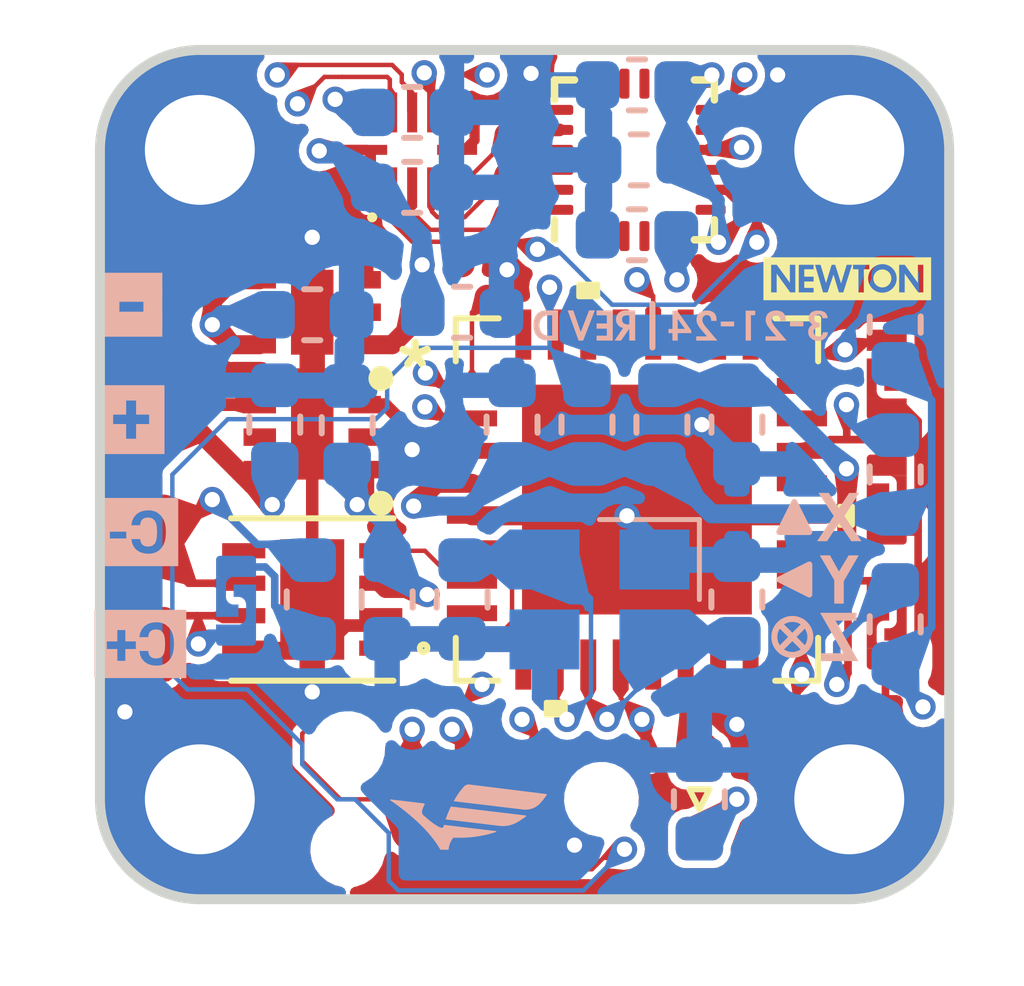
<source format=kicad_pcb>
(kicad_pcb (version 20221018) (generator pcbnew)
  (title_block (title "9-Axis-IMU") (rev "v01") (company "Olin Electric Motorsports") (comment 1 " Drew Pang"))
  (layers (0 "F.Cu" signal) (1 "In1.Cu" power "GND.Cu") (2 "In2.Cu" power "5V.Cu") (31 "B.Cu" signal) (34 "B.Paste" user) (35 "F.Paste" user) (36 "B.SilkS" user "B.Silkscreen") (37 "F.SilkS" user "F.Silkscreen") (38 "B.Mask" user) (39 "F.Mask" user) (44 "Edge.Cuts" user))
  (net 0 "")
  (net 1 "GND")
  (net 2 "Net-(U2-AVCC)")
  (net 3 "Net-(U2-(PCINT26{slash}ADC0{slash}XTAL2)PE2)")
  (net 4 "Net-(U2-(PCINT25{slash}OC0B{slash}XTAL1)PE1)")
  (net 5 "Net-(U3-REGOUT)")
  (net 6 "Net-(D1-K)")
  (net 7 "Net-(JP2-A)")
  (net 9 "+5V")
  (net 13 "+1V8")
  (net 15 "/BIN_ID0")
  (net 17 "/BIN_ID1")
  (net 19 "/P_LED0")
  (net 20 "/BIN_ID2")
  (net 23 "/RESET")
  (net 24 "/CAN_+")
  (net 25 "/CAN_-")
  (net 26 "/CAN_TX")
  (net 27 "/CAN_RX")
  (net 30 "/MISO")
  (net 31 "/MOSI")
  (net 32 "/CS")
  (net 37 "/SCK_1V8")
  (net 38 "/CS_1V8")
  (net 39 "/SCK")
  (net 40 "/MOSI_1V8")
  (net 41 "/MISO_1V8")
  (net 55 "+BATT")
  (net 56 "/INT")
  (footprint "footprints:TestPoint_Pad_D0.5mm" (layer "F.Cu") (at 112.5 66.75)
    (fp_text reference "TP2" hide)
    (fp_text value "TestPoint" hide)
  )
  (footprint "footprints:32-QFN" (layer "F.Cu") (at 121 71)
    (fp_text reference "U2" hide)
    (fp_text value "ATMEGA16M1" hide)
  )
  (footprint "footprints:TestPoint_Pad_D0.5mm" (layer "F.Cu") (at 123.9 75.2)
    (fp_text reference "TP11" hide)
    (fp_text value "TestPoint")
  )
  (footprint "footprints:6-WDFN" (layer "F.Cu") (at 114.5 67.25 180)
    (fp_text reference "U5" hide)
    (fp_text value "NCP705MT18TCG" hide)
  )
  (footprint "footprints:TestPoint_Pad_D0.5mm" (layer "F.Cu") (at 115.8 75.075)
    (fp_text reference "TP7" hide)
    (fp_text value "TestPoint")
  )
  (footprint "MountingHole:MountingHole_2.2mm_M2_ISO7380_Pad" (layer "F.Cu") (at 125.25 77)
    (fp_text reference "REF**" hide)
    (fp_text value "MountingHole_2.2mm_M2_ISO7380_Pad" hide)
  )
  (footprint "footprints:TestPoint_Pad_D0.5mm" (layer "F.Cu") (at 118 66.95)
    (fp_text reference "TP5" hide)
    (fp_text value "TestPoint")
  )
  (footprint "footprints:TestPoint_Pad_D0.5mm" (layer "F.Cu") (at 118.4 64.5)
    (fp_text reference "TP10" hide)
    (fp_text value "TestPoint")
  )
  (footprint "footprints:TestPoint_Pad_D0.5mm" (layer "F.Cu") (at 117.5 66.3)
    (fp_text reference "TP6" hide)
    (fp_text value "TestPoint")
  )
  (footprint "Sensor_Motion:InvenSense_QFN-24_3x3mm_P0.4mm" (layer "F.Cu") (at 120.95 64.2 90)
    (fp_text reference "U3" hide)
    (fp_text value "ICM-20948" hide)
  )
  (footprint "footprints:SolderWirePad_1x01_SMD_1.5x1.5mm" (layer "F.Cu") (at 111 71.65)
    (fp_text reference "J3" hide)
    (fp_text value "SMD_WIRE_TO_BOARD" hide)
  )
  (footprint "MountingHole:MountingHole_2.2mm_M2_ISO7380_Pad" (layer "F.Cu") (at 112.25 64)
    (fp_text reference "REF**" hide)
    (fp_text value "MountingHole_2.2mm_M2_ISO7380_Pad" hide)
  )
  (footprint "footprints:SolderWirePad_1x01_SMD_1.5x1.5mm" (layer "F.Cu") (at 111 73.9)
    (fp_text reference "J1" hide)
    (fp_text value "SMD_WIRE_TO_BOARD" hide)
  )
  (footprint "LED_SMD:LED_0603_1608Metric" (layer "F.Cu") (at 122.25 77 90)
    (fp_text reference "D1" hide)
    (fp_text value "LED_WHITE" hide)
  )
  (footprint "footprints:TestPoint_Pad_D0.5mm" (layer "F.Cu") (at 118.4 65.3)
    (fp_text reference "TP8" hide)
    (fp_text value "TestPoint")
  )
  (footprint "footprints:SolderWirePad_1x01_SMD_1.5x1.5mm" (layer "F.Cu") (at 111 67.15)
    (fp_text reference "J5" hide)
    (fp_text value "SMD_WIRE_TO_BOARD" hide)
  )
  (footprint "footprints:SolderJumper-2_Open_Hooks0.8x1.8mm" (layer "F.Cu") (at 126 73.5 90)
    (fp_text reference "JP1" hide)
    (fp_text value "SolderJumper" hide)
  )
  (footprint "footprints:SolderJumper-2_Open_Hooks0.8x1.8mm" (layer "F.Cu") (at 126 68.5 90)
    (fp_text reference "JP3" hide)
    (fp_text value "SolderJumper" hide)
  )
  (footprint "footprints:TestPoint_Pad_D0.5mm" (layer "F.Cu") (at 118.4 63.7)
    (fp_text reference "TP12" hide)
    (fp_text value "TestPoint")
  )
  (footprint "footprints:SolderJumper-2_Open_Hooks0.8x1.8mm" (layer "F.Cu") (at 126 71 90)
    (fp_text reference "JP4" hide)
    (fp_text value "SolderJumper" hide)
  )
  (footprint "footprints:TC2030-IDC-NL" (layer "F.Cu") (at 117.75 77 180)
    (fp_text reference "J2" hide)
    (fp_text value "TagConnect_6" hide)
  )
  (footprint "footprints:SolderWirePad_1x01_SMD_1.5x1.5mm" (layer "F.Cu") (at 111 69.4)
    (fp_text reference "J4" hide)
    (fp_text value "SMD_WIRE_TO_BOARD" hide)
  )
  (footprint "footprints:TXB0104RUTR" (layer "F.Cu") (at 116.5 64)
    (fp_text reference "U6" hide)
    (fp_text value "TXB0104RUTR" hide)
  )
  (footprint "footprints:TestPoint_Pad_D0.5mm" (layer "F.Cu") (at 116.5 67.25)
    (fp_text reference "TP3" hide)
    (fp_text value "TestPoint")
  )
  (footprint "MountingHole:MountingHole_2.2mm_M2_ISO7380_Pad" (layer "F.Cu") (at 112.25 77)
    (fp_text reference "REF**" hide)
    (fp_text value "MountingHole_2.2mm_M2_ISO7380_Pad" hide)
  )
  (footprint "MountingHole:MountingHole_2.2mm_M2_ISO7380_Pad" (layer "F.Cu") (at 125.25 64)
    (fp_text reference "REF**" hide)
    (fp_text value "MountingHole_2.2mm_M2_ISO7380_Pad" hide)
  )
  (footprint "footprints:6-WDFN" (layer "F.Cu") (at 114.5 69.75 180)
    (fp_text reference "U4" hide)
    (fp_text value "NCP718BMT500TBG" hide)
  )
  (footprint "footprints:DFN8_3x3MC_MCH" (layer "F.Cu") (at 114.5 73 180)
    (fp_text reference "U1" hide)
    (fp_text value "MCP2561-E_SN" hide)
  )
  (footprint "footprints:TestPoint_Pad_D0.5mm" (layer "F.Cu") (at 121.2 76.1)
    (fp_text reference "TP9" hide)
    (fp_text value "TestPoint")
  )
  (footprint "footprints:R_0603_1608Metric" (layer "B.Cu") (at 114.5 73 90)
    (fp_text reference "R2" hide)
    (fp_text value "R_120" hide)
  )
  (footprint "kibuzzard-64F4F67B" (layer "B.Cu") (at 125.05 71.35 180)
    (fp_text reference "kibuzzard-64F4F67B" hide)
    (fp_text value "G***" hide)
  )
  (footprint "footprints:C_0603_1608Metric" (layer "B.Cu") (at 123 69.5 -90)
    (fp_text reference "C3" hide)
    (fp_text value "C_100pF" hide)
  )
  (footprint "footprints:R_0603_1608Metric" (layer "B.Cu") (at 126.17 73.4975 90)
    (fp_text reference "R5" hide)
    (fp_text value "R_10k" hide)
  )
  (footprint "footprints:C_0603_1608Metric" (layer "B.Cu") (at 117.5 73 -90)
    (fp_text reference "C5" hide)
    (fp_text value "C_30pF" hide)
  )
  (footprint "kibuzzard-647D6A61" (layer "B.Cu") (at 110.875 69.4 180)
    (fp_text reference "kibuzzard-647D6A61" hide)
    (fp_text value "G***" hide)
  )
  (footprint "footprints:Crystal_SMD_FA238" (layer "B.Cu") (at 120.25 73 180)
    (fp_text reference "Y1" hide)
    (fp_text value "Crystal_SMD" hide)
  )
  (footprint "footprints:C_0603_1608Metric" (layer "B.Cu") (at 114.5 67.3)
    (fp_text reference "C10" hide)
    (fp_text value "C_1uF" hide)
  )
  (footprint "kibuzzard-647D6F9C" (layer "B.Cu") (at 110.88 67.14 180)
    (fp_text reference "kibuzzard-647D6F9C" hide)
    (fp_text value "G***" hide)
  )
  (footprint "footprints:C_0603_1608Metric" (layer "B.Cu") (at 121.0375 64.2 180)
    (fp_text reference "C7" hide)
    (fp_text value "C_0.1uF" hide)
  )
  (footprint "kibuzzard-65FD3539" (layer "B.Cu") (at 121.87 67.52 180)
    (fp_text reference "kibuzzard-65FD3539" hide)
    (fp_text value "G***" hide)
  )
  (footprint "footprints:C_0603_1608Metric" (layer "B.Cu") (at 121 62.7)
    (fp_text reference "C13" hide)
    (fp_text value "C_0.1uF" hide)
  )
  (footprint "footprints:C_0603_1608Metric" (layer "B.Cu") (at 115.2 69.5125 90)
    (fp_text reference "C8" hide)
    (fp_text value "C_1uF" hide)
  )
  (footprint "footprints:R_0603_1608Metric" (layer "B.Cu") (at 126.17 70.4975 90)
    (fp_text reference "R7" hide)
    (fp_text value "R_10k" hide)
  )
  (footprint "footprints:C_0603_1608Metric" (layer "B.Cu") (at 117.5 67.25)
    (fp_text reference "C11" hide)
    (fp_text value "C_1uF" hide)
  )
  (footprint "footprints:R_0603_1608Metric" (layer "B.Cu") (at 122.25 77 90)
    (fp_text reference "R4" hide)
    (fp_text value "R_330" hide)
  )
  (footprint "footprints:C_0603_1608Metric" (layer "B.Cu") (at 121 65.7)
    (fp_text reference "C9" hide)
    (fp_text value "C_0.1uF" hide)
  )
  (footprint "footprints:C_0603_1608Metric" (layer "B.Cu") (at 116.5 64.75)
    (fp_text reference "C14" hide)
    (fp_text value "C_0.1uF" hide)
  )
  (footprint "footprints:SolderJumper-2_Open_Hooks0.8x1.8mm" (layer "B.Cu") (at 112.975 73.025 90)
    (fp_text reference "JP2" hide)
    (fp_text value "SolderJumper" hide)
  )
  (footprint "kibuzzard-64F4F681" (layer "B.Cu") (at 125.05 73.75 180)
    (fp_text reference "kibuzzard-64F4F681" hide)
    (fp_text value "G***" hide)
  )
  (footprint "footprints:C_0603_1608Metric" (layer "B.Cu") (at 116.5 63.25)
    (fp_text reference "C15" hide)
    (fp_text value "C_0.1uF" hide)
  )
  (footprint "footprints:R_0603_1608Metric" (layer "B.Cu") (at 121.5 69.5 90)
    (fp_text reference "R1" hide)
    (fp_text value "R_100" hide)
  )
  (footprint "kibuzzard-647D6A73" (layer "B.Cu") (at 111.06 73.89 180)
    (fp_text reference "kibuzzard-647D6A73" hide)
    (fp_text value "G***" hide)
  )
  (footprint "footprints:C_0603_1608Metric" (layer "B.Cu") (at 116 73 -90)
    (fp_text reference "C1" hide)
    (fp_text value "C_0.1uF" hide)
  )
  (footprint "kibuzzard-647D6A7A" (layer "B.Cu") (at 111.01 71.65 180)
    (fp_text reference "kibuzzard-647D6A7A" hide)
    (fp_text value "G***" hide)
  )
  (footprint "footprints:C_0603_1608Metric" (layer "B.Cu") (at 118.5 69.5 90)
    (fp_text reference "C2" hide)
    (fp_text value "C_0.1uF" hide)
  )
  (footprint "footprints:C_0603_1608Metric" (layer "B.Cu") (at 113.75 69.5 90)
    (fp_text reference "C6" hide)
    (fp_text value "C_1uF" hide)
  )
  (footprint "footprints:R_0603_1608Metric" (layer "B.Cu") (at 120 69.5 90)
    (fp_text reference "R3" hide)
    (fp_text value "R_10K" hide)
  )
  (footprint "footprints:C_0603_1608Metric" (layer "B.Cu") (at 123 73 90)
    (fp_text reference "C4" hide)
    (fp_text value "C_30pF" hide)
  )
  (footprint "footprints:R_0603_1608Metric" (layer "B.Cu") (at 126.17 67.4975 90)
    (fp_text reference "R6" hide)
    (fp_text value "R_10k" hide)
  )
  (footprint "kibuzzard-64F4F671" (layer "B.Cu") (at 125.05 72.6 180)
    (fp_text reference "kibuzzard-64F4F671" hide)
    (fp_text value "G***" hide)
  )
  (gr_circle (center 124.110555 73.75) (end 123.810555 73.55) (stroke (width 0.12)) (fill none) (layer "B.SilkS"))
  (gr_poly (pts (xy 124.15 71.05) (xy 123.85 71.65) (xy 124.45 71.65)) (stroke (width 0.12)) (fill solid) (layer "B.SilkS"))
  (gr_rect (start 110.26 66.785) (end 110.44 67.415) (fill solid) (layer "B.SilkS"))
  (gr_line (start 124.360555 73.5) (end 123.860555 74) (stroke (width 0.12)) (layer "B.SilkS"))
  (gr_rect (start 110.25 66.46) (end 111.5 66.84) (fill solid) (layer "B.SilkS"))
  (gr_poly (pts (xy 123.85 72.6) (xy 124.45 72.9) (xy 124.45 72.3)) (stroke (width 0.12)) (fill solid) (layer "B.SilkS"))
  (gr_poly (pts (xy 117.623913 76.702974) (xy 117.616178 76.703687) (xy 117.608528 76.704869) (xy 117.600978 76.70651) (xy 117.593548 76.708602) (xy 117.586256 76.711137) (xy 117.579118 76.714106) (xy 117.572153 76.7175) (xy 117.565379 76.721312) (xy 117.558814 76.725532) (xy 117.552474 76.730152) (xy 117.546379 76.735163) (xy 117.540546 76.740558) (xy 117.534993 76.746326) (xy 117.508697 76.776564) (xy 117.48263 76.808491) (xy 117.456849 76.842037) (xy 117.431408 76.87713) (xy 117.406365 76.913699) (xy 117.381774 76.951672) (xy 117.357692 76.990979) (xy 117.334174 77.031547) (xy 117.334012 77.031847) (xy 117.333873 77.032151) (xy 117.333756 77.032458) (xy 117.333661 77.032767) (xy 117.333587 77.033077) (xy 117.333535 77.033389) (xy 117.333503 77.0337) (xy 117.333492 77.034011) (xy 117.3335 77.03432) (xy 117.333528 77.034627) (xy 117.333574 77.034931) (xy 117.333639 77.035231) (xy 117.333722 77.035526) (xy 117.333823 77.035816) (xy 117.33394 77.036099) (xy 117.334075 77.036376) (xy 117.334226 77.036645) (xy 117.334392 77.036905) (xy 117.334574 77.037156) (xy 117.334771 77.037397) (xy 117.334982 77.037627) (xy 117.335208 77.037845) (xy 117.335447 77.038052) (xy 117.3357 77.038244) (xy 117.335965 77.038423) (xy 117.336242 77.038588) (xy 117.336532 77.038736) (xy 117.336833 77.038869) (xy 117.337145 77.038984) (xy 117.337467 77.039082) (xy 117.3378 77.039161) (xy 117.338143 77.03922) (xy 118.720855 77.205114) (xy 118.745547 77.207319) (xy 118.770168 77.207999) (xy 118.794654 77.207177) (xy 118.818941 77.204878) (xy 118.842965 77.201127) (xy 118.86666 77.195947) (xy 118.889964 77.189363) (xy 118.91281 77.181401) (xy 118.935136 77.172083) (xy 118.956877 77.161434) (xy 118.977968 77.14948) (xy 118.998345 77.136244) (xy 119.017944 77.12175) (xy 119.036701 77.106024) (xy 119.05455 77.089089) (xy 119.071428 77.07097) (xy 119.083623 77.056932) (xy 119.095208 77.043309) (xy 119.106184 77.030126) (xy 119.116556 77.017409) (xy 119.135499 76.993468) (xy 119.15206 76.971685) (xy 119.166265 76.952259) (xy 119.178138 76.935388) (xy 119.187704 76.92127) (xy 119.194989 76.910103) (xy 119.195361 76.909502) (xy 119.195684 76.90889) (xy 119.19596 76.908269) (xy 119.19619 76.907642) (xy 119.196373 76.907008) (xy 119.196512 76.906371) (xy 119.196607 76.905732) (xy 119.196659 76.905093) (xy 119.196669 76.904455) (xy 119.196638 76.903821) (xy 119.196568 76.903192) (xy 119.196458 76.902569) (xy 119.196311 76.901955) (xy 119.196126 76.901351) (xy 119.195906 76.90076) (xy 119.19565 76.900182) (xy 119.19536 76.899619) (xy 119.195037 76.899074) (xy 119.194682 76.898548) (xy 119.194296 76.898042) (xy 119.19388 76.897559) (xy 119.193434 76.8971) (xy 119.19296 76.896668) (xy 119.192458 76.896262) (xy 119.191931 76.895887) (xy 119.191378 76.895542) (xy 119.1908 76.895231) (xy 119.190199 76.894954) (xy 119.189576 76.894714) (xy 119.188931 76.894511) (xy 119.188265 76.894349) (xy 119.18758 76.894228) (xy 117.647441 76.703728) (xy 117.639562 76.702986) (xy 117.631713 76.702737)) (fill solid) (layer "B.SilkS"))
  (gr_line (start 121.31 67.955) (end 121.31 67.085) (stroke (width 0.12)) (layer "B.SilkS"))
  (gr_line (start 123.860555 73.5) (end 124.360555 74) (stroke (width 0.12)) (layer "B.SilkS"))
  (gr_rect (start 111.32 66.805) (end 111.5 67.435) (fill solid) (layer "B.SilkS"))
  (gr_rect (start 110.25 67.36) (end 111.5 67.74) (fill solid) (layer "B.SilkS"))
  (gr_poly (pts (xy 117.278349 77.144751) (xy 117.278153 77.14476) (xy 117.277957 77.144778) (xy 117.277763 77.144802) (xy 117.27757 77.144834) (xy 117.277378 77.144873) (xy 117.277189 77.14492) (xy 117.277001 77.144974) (xy 117.276815 77.145035) (xy 117.276632 77.145103) (xy 117.276451 77.145179) (xy 117.276273 77.145261) (xy 117.276098 77.145351) (xy 117.275926 77.145447) (xy 117.275757 77.145551) (xy 117.275592 77.145661) (xy 117.27543 77.145778) (xy 117.275273 77.145902) (xy 117.275119 77.146033) (xy 117.27497 77.14617) (xy 117.274825 77.146314) (xy 117.274684 77.146465) (xy 117.274549 77.146622) (xy 117.274419 77.146785) (xy 117.274293 77.146955) (xy 117.274174 77.147132) (xy 117.27406 77.147315) (xy 117.273951 77.147504) (xy 117.273849 77.147699) (xy 117.259715 77.177453) (xy 117.245907 77.207582) (xy 117.232452 77.238089) (xy 117.219378 77.268978) (xy 117.206714 77.300251) (xy 117.194486 77.331911) (xy 117.182724 77.363962) (xy 117.171455 77.396408) (xy 117.171365 77.396706) (xy 117.171293 77.397005) (xy 117.17124 77.397305) (xy 117.171203 77.397604) (xy 117.171184 77.397902) (xy 117.171181 77.398199) (xy 117.171194 77.398493) (xy 117.171224 77.398785) (xy 117.171269 77.399073) (xy 117.171329 77.399357) (xy 117.171403 77.399636) (xy 117.171492 77.39991) (xy 117.171596 77.400177) (xy 117.171712 77.400439) (xy 117.171842 77.400692) (xy 117.171984 77.400938) (xy 117.172139 77.401176) (xy 117.172306 77.401404) (xy 117.172485 77.401623) (xy 117.172675 77.401831) (xy 117.172876 77.402028) (xy 117.173087 77.402213) (xy 117.173308 77.402386) (xy 117.173539 77.402547) (xy 117.173779 77.402693) (xy 117.174028 77.402826) (xy 117.174286 77.402943) (xy 117.174552 77.403045) (xy 117.174825 77.403131) (xy 117.175106 77.403201) (xy 117.175394 77.403253) (xy 117.175689 77.403287) (xy 118.248309 77.531874) (xy 118.272588 77.534241) (xy 118.296882 77.535589) (xy 118.32116 77.535925) (xy 118.345387 77.535252) (xy 118.36953 77.533576) (xy 118.393556 77.530902) (xy 118.417432 77.527235) (xy 118.441124 77.522581) (xy 118.4646 77.516943) (xy 118.487824 77.510328) (xy 118.510766 77.502739) (xy 118.53339 77.494183) (xy 118.555663 77.484665) (xy 118.577553 77.474188) (xy 118.599026 77.462759) (xy 118.620049 77.450382) (xy 118.641357 77.43704) (xy 118.662225 77.42361) (xy 118.682659 77.410106) (xy 118.702665 77.39654) (xy 118.722249 77.382924) (xy 118.741418 77.369271) (xy 118.760178 77.355593) (xy 118.778534 77.341903) (xy 118.779174 77.341366) (xy 118.779754 77.340797) (xy 118.780275 77.3402) (xy 118.780739 77.339578) (xy 118.781145 77.338934) (xy 118.781496 77.33827) (xy 118.781791 77.33759) (xy 118.782032 77.336897) (xy 118.782219 77.336193) (xy 118.782354 77.335482) (xy 118.782437 77.334766) (xy 118.782469 77.334048) (xy 118.782451 77.333332) (xy 118.782384 77.33262) (xy 118.782269 77.331915) (xy 118.782106 77.331221) (xy 118.781897 77.33054) (xy 118.781642 77.329874) (xy 118.781343 77.329228) (xy 118.780999 77.328604) (xy 118.780613 77.328005) (xy 118.780184 77.327434) (xy 118.779714 77.326894) (xy 118.779204 77.326388) (xy 118.778654 77.325919) (xy 118.778066 77.325489) (xy 118.777439 77.325102) (xy 118.776776 77.324761) (xy 118.776077 77.324468) (xy 118.775343 77.324227) (xy 118.774574 77.324041) (xy 118.773772 77.323912) (xy 117.279141 77.144789) (xy 117.278942 77.144768) (xy 117.278744 77.144754) (xy 117.278546 77.144749)) (fill solid) (layer "B.SilkS"))
  (gr_poly (pts (xy 116.06669 77.00184) (xy 116.065826 77.00197) (xy 116.064996 77.002171) (xy 116.064202 77.002439) (xy 116.063445 77.002769) (xy 116.062727 77.003158) (xy 116.06205 77.003602) (xy 116.061416 77.004096) (xy 116.060827 77.004637) (xy 116.060285 77.005221) (xy 116.059791 77.005843) (xy 116.059347 77.0065) (xy 116.058955 77.007187) (xy 116.058618 77.0079) (xy 116.058336 77.008636) (xy 116.058112 77.009391) (xy 116.057947 77.01016) (xy 116.057844 77.010939) (xy 116.057803 77.011725) (xy 116.057828 77.012513) (xy 116.05792 77.0133) (xy 116.05808 77.014081) (xy 116.058311 77.014852) (xy 116.058614 77.015609) (xy 116.058992 77.016349) (xy 116.059445 77.017067) (xy 116.059977 77.017759) (xy 116.060588 77.018422) (xy 116.061281 77.01905) (xy 116.062057 77.019641) (xy 116.137306 77.071995) (xy 116.244152 77.149891) (xy 116.373913 77.250669) (xy 116.444671 77.308808) (xy 116.517901 77.371669) (xy 116.592517 77.438921) (xy 116.667434 77.510231) (xy 116.741565 77.585267) (xy 116.813825 77.663695) (xy 116.883129 77.745183) (xy 116.948391 77.829399) (xy 117.008525 77.916011) (xy 117.062447 78.004685) (xy 117.062809 78.005265) (xy 117.063201 78.005812) (xy 117.063621 78.006328) (xy 117.064067 78.00681) (xy 117.064538 78.007258) (xy 117.065033 78.007671) (xy 117.065549 78.008048) (xy 117.066085 78.008389) (xy 117.066639 78.008693) (xy 117.067211 78.008959) (xy 117.067799 78.009186) (xy 117.0684 78.009373) (xy 117.069013 78.00952) (xy 117.069638 78.009626) (xy 117.070272 78.009691) (xy 117.070913 78.009712) (xy 117.221197 78.009712) (xy 117.221665 78.0097) (xy 117.222129 78.009663) (xy 117.222587 78.009603) (xy 117.223038 78.00952) (xy 117.223483 78.009415) (xy 117.22392 78.009288) (xy 117.224348 78.00914) (xy 117.224768 78.008972) (xy 117.225179 78.008784) (xy 117.22558 78.008577) (xy 117.22597 78.008351) (xy 117.22635 78.008108) (xy 117.226717 78.007847) (xy 117.227073 78.007569) (xy 117.227416 78.007276) (xy 117.227745 78.006967) (xy 117.22806 78.006644) (xy 117.228361 78.006306) (xy 117.228647 78.005955) (xy 117.228917 78.005591) (xy 117.229171 78.005215) (xy 117.229408 78.004827) (xy 117.229627 78.004428) (xy 117.229829 78.004019) (xy 117.230011 78.003601) (xy 117.230175 78.003173) (xy 117.230319 78.002737) (xy 117.230443 78.002293) (xy 117.230545 78.001842) (xy 117.230626 78.001384) (xy 117.230685 78.000921) (xy 117.230722 78.000452) (xy 117.231619 77.990147) (xy 117.23281 77.979976) (xy 117.234278 77.969947) (xy 117.236005 77.960066) (xy 117.237974 77.950341) (xy 117.240168 77.940781) (xy 117.242568 77.931393) (xy 117.245158 77.922185) (xy 117.250837 77.904339) (xy 117.257064 77.887305) (xy 117.263701 77.871146) (xy 117.270608 77.855923) (xy 117.277644 77.841698) (xy 117.284672 77.828534) (xy 117.29155 77.816493) (xy 117.298141 77.805636) (xy 117.304303 77.796025) (xy 117.309898 77.787722) (xy 117.318828 77.775291) (xy 117.319497 77.77447) (xy 117.320213 77.773693) (xy 117.320972 77.772963) (xy 117.321771 77.772281) (xy 117.322608 77.771649) (xy 117.323479 77.771068) (xy 117.324381 77.77054) (xy 117.32531 77.770066) (xy 117.326265 77.769647) (xy 117.327241 77.769286) (xy 117.328236 77.768984) (xy 117.329246 77.768743) (xy 117.330269 77.768563) (xy 117.331301 77.768447) (xy 117.332339 77.768396) (xy 117.33338 77.768412) (xy 117.394472 77.77) (xy 117.454424 77.770231) (xy 117.513244 77.769147) (xy 117.570939 77.766791) (xy 117.627516 77.763208) (xy 117.682982 77.758441) (xy 117.737346 77.752532) (xy 117.790613 77.745526) (xy 117.842793 77.737465) (xy 117.893891 77.728394) (xy 117.943916 77.718355) (xy 117.992875 77.707392) (xy 118.040775 77.695549) (xy 118.087623 77.682869) (xy 118.178195 77.65517) (xy 118.179103 77.654839) (xy 118.179944 77.654445) (xy 118.180718 77.653991) (xy 118.181424 77.653483) (xy 118.182065 77.652925) (xy 118.18264 77.652322) (xy 118.183149 77.651679) (xy 118.183594 77.650999) (xy 118.183974 77.650288) (xy 118.184291 77.64955) (xy 118.184544 77.64879) (xy 118.184734 77.648013) (xy 118.184862 77.647222) (xy 118.184927 77.646423) (xy 118.184932 77.64562) (xy 118.184875 77.644818) (xy 118.184758 77.644022) (xy 118.184582 77.643236) (xy 118.184345 77.642464) (xy 118.18405 77.641711) (xy 118.183696 77.640982) (xy 118.183284 77.640282) (xy 118.182814 77.639615) (xy 118.182287 77.638985) (xy 118.181704 77.638398) (xy 118.181065 77.637857) (xy 118.18037 77.637368) (xy 118.17962 77.636935) (xy 118.178815 77.636563) (xy 118.177956 77.636256) (xy 118.177044 77.636019) (xy 118.176078 77.635856) (xy 117.140763 77.511766) (xy 117.14054 77.511747) (xy 117.140317 77.511738) (xy 117.140095 77.51174) (xy 117.139874 77.511752) (xy 117.139653 77.511774) (xy 117.139435 77.511806) (xy 117.139217 77.511847) (xy 117.139002 77.511898) (xy 117.13879 77.511959) (xy 117.13858 77.512028) (xy 117.138372 77.512107) (xy 117.138168 77.512194) (xy 117.137968 77.51229) (xy 117.137771 77.512394) (xy 117.137578 77.512506) (xy 117.13739 77.512626) (xy 117.137206 77.512754) (xy 117.137028 77.512889) (xy 117.136854 77.513032) (xy 117.136686 77.513182) (xy 117.136524 77.513339) (xy 117.136368 77.513503) (xy 117.136218 77.513673) (xy 117.136075 77.51385) (xy 117.135939 77.514033) (xy 117.135811 77.514221) (xy 117.13569 77.514416) (xy 117.135576 77.514617) (xy 117.135471 77.514822) (xy 117.135374 77.515033) (xy 117.135286 77.515249) (xy 117.135207 77.51547) (xy 117.13252 77.525036) (xy 117.129982 77.534652) (xy 117.125153 77.553835) (xy 117.125418 77.552512) (xy 117.120857 77.559798) (xy 117.114739 77.56497) (xy 117.107168 77.568147) (xy 117.098252 77.569446) (xy 117.088098 77.568988) (xy 117.076811 77.566891) (xy 117.064499 77.563275) (xy 117.051268 77.558258) (xy 117.037225 77.55196) (xy 117.022476 77.5445) (xy 116.991286 77.526569) (xy 116.958553 77.505418) (xy 116.925128 77.482) (xy 116.891865 77.457267) (xy 116.859615 77.432173) (xy 116.801568 77.384708) (xy 116.735157 77.327351) (xy 116.731298 77.323857) (xy 116.727702 77.320325) (xy 116.72436 77.316761) (xy 116.721264 77.313172) (xy 116.718405 77.309564) (xy 116.715776 77.305945) (xy 116.713367 77.302321) (xy 116.711171 77.298698) (xy 116.709179 77.295083) (xy 116.707382 77.291483) (xy 116.705772 77.287904) (xy 116.704341 77.284354) (xy 116.703079 77.280838) (xy 116.70198 77.277364) (xy 116.701034 77.273937) (xy 116.700232 77.270565) (xy 116.69903 77.264012) (xy 116.698307 77.257756) (xy 116.697994 77.251852) (xy 116.698025 77.246352) (xy 116.698331 77.241309) (xy 116.698846 77.236776) (xy 116.699503 77.232808) (xy 116.700232 77.229455) (xy 116.703427 77.216663) (xy 116.706738 77.204667) (xy 116.710133 77.193453) (xy 116.713581 77.183004) (xy 116.717049 77.173306) (xy 116.720505 77.164343) (xy 116.723917 77.156099) (xy 116.727253 77.148559) (xy 116.73048 77.141707) (xy 116.733566 77.135528) (xy 116.73648 77.130007) (xy 116.739188 77.125127) (xy 116.743861 77.117231) (xy 116.747328 77.111716) (xy 116.747974 77.110611) (xy 116.748571 77.109482) (xy 116.749115 77.108331) (xy 116.749605 77.107163) (xy 116.750036 77.105981) (xy 116.750407 77.104787) (xy 116.750713 77.103586) (xy 116.750954 77.102381) (xy 116.751125 77.101175) (xy 116.751224 77.099972) (xy 116.751247 77.098774) (xy 116.751193 77.097587) (xy 116.751058 77.096411) (xy 116.750839 77.095252) (xy 116.750534 77.094113) (xy 116.750139 77.092997) (xy 116.749652 77.091907) (xy 116.74907 77.090846) (xy 116.748391 77.089819) (xy 116.74761 77.088829) (xy 116.746725 77.087878) (xy 116.745734 77.08697) (xy 116.744634 77.08611) (xy 116.743421 77.085299) (xy 116.742094 77.084542) (xy 116.740648 77.083842) (xy 116.739081 77.083202) (xy 116.737391 77.082625) (xy 116.735574 77.082116) (xy 116.733628 77.081677) (xy 116.73155 77.081312) (xy 116.729336 77.081025) (xy 116.069465 77.001914) (xy 116.068511 77.001808) (xy 116.067586 77.001785)) (fill solid) (layer "B.SilkS"))
  (gr_poly (pts (xy 125.921371 66.393843) (xy 125.930525 66.394538) (xy 125.939545 66.395683) (xy 125.94842 66.397265) (xy 125.957139 66.399274) (xy 125.96569 66.401699) (xy 125.974062 66.404527) (xy 125.982244 66.407747) (xy 125.990225 66.411348) (xy 125.997992 66.415319) (xy 126.005536 66.419647) (xy 126.012844 66.424323) (xy 126.019905 66.429333) (xy 126.026709 66.434668) (xy 126.033243 66.440315) (xy 126.039497 66.446262) (xy 126.04546 66.4525) (xy 126.051119 66.459015) (xy 126.056464 66.465798) (xy 126.061484 66.472835) (xy 126.066167 66.480117) (xy 126.070502 66.487631) (xy 126.074477 66.495366) (xy 126.078082 66.503311) (xy 126.081305 66.511454) (xy 126.084135 66.519783) (xy 126.08656 66.528289) (xy 126.08857 66.536958) (xy 126.090153 66.545779) (xy 126.091297 66.554742) (xy 126.091992 66.563835) (xy 126.092226 66.573046) (xy 126.091992 66.582325) (xy 126.091297 66.591484) (xy 126.090153 66.600514) (xy 126.08857 66.609402) (xy 126.08656 66.618136) (xy 126.084135 66.626706) (xy 126.081305 66.635099) (xy 126.078082 66.643304) (xy 126.074477 66.65131) (xy 126.070502 66.659105) (xy 126.066167 66.666677) (xy 126.061484 66.674015) (xy 126.056464 66.681107) (xy 126.051119 66.687943) (xy 126.04546 66.69451) (xy 126.039497 66.700796) (xy 126.033243 66.706791) (xy 126.026709 66.712483) (xy 126.019905 66.71786) (xy 126.012844 66.72291) (xy 126.005536 66.727623) (xy 125.997992 66.731987) (xy 125.990225 66.735989) (xy 125.982244 66.73962) (xy 125.974062 66.742866) (xy 125.96569 66.745717) (xy 125.957139 66.748161) (xy 125.94842 66.750186) (xy 125.939545 66.751782) (xy 125.930525 66.752936) (xy 125.921371 66.753636) (xy 125.912094 66.753872) (xy 125.902883 66.753636) (xy 125.893791 66.752936) (xy 125.884828 66.751782) (xy 125.876007 66.750186) (xy 125.867338 66.748161) (xy 125.858833 66.745717) (xy 125.850503 66.742866) (xy 125.84236 66.73962) (xy 125.834416 66.735989) (xy 125.826681 66.731987) (xy 125.819167 66.727623) (xy 125.811885 66.72291) (xy 125.804848 66.71786) (xy 125.798066 66.712483) (xy 125.79155 66.706791) (xy 125.785313 66.700796) (xy 125.779365 66.69451) (xy 125.773718 66.687943) (xy 125.768384 66.681107) (xy 125.763373 66.674015) (xy 125.758698 66.666677) (xy 125.754369 66.659105) (xy 125.750398 66.65131) (xy 125.746797 66.643304) (xy 125.743577 66.635099) (xy 125.740749 66.626706) (xy 125.738325 66.618136) (xy 125.736316 66.609402) (xy 125.734734 66.600514) (xy 125.733589 66.591484) (xy 125.732894 66.582325) (xy 125.73266 66.573046) (xy 125.732894 66.563835) (xy 125.733589 66.554742) (xy 125.734734 66.545779) (xy 125.736316 66.536958) (xy 125.738325 66.528289) (xy 125.740749 66.519783) (xy 125.743577 66.511454) (xy 125.746797 66.503311) (xy 125.750398 66.495366) (xy 125.754369 66.487631) (xy 125.758698 66.480117) (xy 125.763373 66.472835) (xy 125.768384 66.465798) (xy 125.773718 66.459015) (xy 125.779365 66.4525) (xy 125.785313 66.446262) (xy 125.79155 66.440315) (xy 125.798066 66.434668) (xy 125.804848 66.429333) (xy 125.811885 66.424323) (xy 125.819167 66.419647) (xy 125.826681 66.415319) (xy 125.834416 66.411348) (xy 125.84236 66.407747) (xy 125.850503 66.404527) (xy 125.858833 66.401699) (xy 125.867338 66.399274) (xy 125.876007 66.397265) (xy 125.884828 66.395683) (xy 125.893791 66.394538) (xy 125.902883 66.393843) (xy 125.912094 66.393609)) (fill solid) (layer "F.SilkS"))
  (gr_poly (pts (xy 126.888562 67.009812) (xy 123.531438 67.009812) (xy 123.531438 66.300414) (xy 123.686532 66.300414) (xy 123.686532 66.853327) (xy 123.797113 66.853327) (xy 123.797113 66.477068) (xy 124.067658 66.853327) (xy 124.169895 66.853327) (xy 124.169895 66.300414) (xy 124.240141 66.300414) (xy 124.240141 66.853327) (xy 124.536417 66.853327) (xy 124.536417 66.762913) (xy 124.349331 66.762913) (xy 124.349331 66.634944) (xy 124.536417 66.634944) (xy 124.536417 66.538966) (xy 124.349331 66.538966) (xy 124.349331 66.390132) (xy 124.536417 66.390132) (xy 124.536417 66.300414) (xy 124.564932 66.300414) (xy 124.725591 66.853327) (xy 124.815308 66.853327) (xy 124.934237 66.496541) (xy 125.04343 66.853327) (xy 125.130365 66.853327) (xy 125.304934 66.300414) (xy 125.325799 66.300414) (xy 125.325799 66.390132) (xy 125.433598 66.390132) (xy 125.433598 66.853327) (xy 125.5414 66.853327) (xy 125.5414 66.573046) (xy 125.627641 66.573046) (xy 125.628009 66.587805) (xy 125.629103 66.602365) (xy 125.630904 66.616708) (xy 125.633395 66.630816) (xy 125.636559 66.644672) (xy 125.640377 66.658257) (xy 125.644833 66.671555) (xy 125.649909 66.684548) (xy 125.655587 66.697218) (xy 125.66185 66.709547) (xy 125.668681 66.721518) (xy 125.676061 66.733113) (xy 125.683973 66.744315) (xy 125.6924 66.755105) (xy 125.701324 66.765466) (xy 125.710727 66.775381) (xy 125.720593 66.784832) (xy 125.730903 66.793801) (xy 125.74164 66.80227) (xy 125.752786 66.810222) (xy 125.764325 66.81764) (xy 125.776237 66.824505) (xy 125.788507 66.8308) (xy 125.801115 66.836508) (xy 125.814046 66.84161) (xy 125.827281 66.846089) (xy 125.840802 66.849927) (xy 125.854592 66.853107) (xy 125.868634 66.855611) (xy 125.88291 66.857422) (xy 125.897402 66.858521) (xy 125.912094 66.858891) (xy 125.926855 66.858521) (xy 125.941421 66.857422) (xy 125.955773 66.855611) (xy 125.969894 66.853107) (xy 125.983765 66.849927) (xy 125.99737 66.846089) (xy 126.010689 66.84161) (xy 126.023705 66.836508) (xy 126.0364 66.8308) (xy 126.048757 66.824505) (xy 126.060757 66.81764) (xy 126.072382 66.810222) (xy 126.083614 66.80227) (xy 126.094436 66.793801) (xy 126.10483 66.784832) (xy 126.114778 66.775381) (xy 126.124261 66.765466) (xy 126.133262 66.755105) (xy 126.141764 66.744315) (xy 126.149747 66.733113) (xy 126.157195 66.721518) (xy 126.164089 66.709547) (xy 126.170411 66.697218) (xy 126.176144 66.684548) (xy 126.181269 66.671555) (xy 126.185769 66.658257) (xy 126.189626 66.644672) (xy 126.192822 66.630816) (xy 126.195339 66.616708) (xy 126.197159 66.602365) (xy 126.198264 66.587805) (xy 126.198636 66.573046) (xy 126.198264 66.558352) (xy 126.197159 66.543854) (xy 126.195339 66.529568) (xy 126.192822 66.515514) (xy 126.189626 66.501707) (xy 126.185769 66.488168) (xy 126.181269 66.474912) (xy 126.176144 66.461958) (xy 126.170411 66.449324) (xy 126.164089 66.437027) (xy 126.157195 66.425085) (xy 126.149747 66.413517) (xy 126.141764 66.402339) (xy 126.133262 66.39157) (xy 126.124261 66.381228) (xy 126.114778 66.37133) (xy 126.10483 66.361893) (xy 126.094436 66.352937) (xy 126.083614 66.344478) (xy 126.072382 66.336535) (xy 126.060757 66.329125) (xy 126.048757 66.322266) (xy 126.0364 66.315975) (xy 126.023705 66.310272) (xy 126.010689 66.305172) (xy 125.99737 66.300695) (xy 125.996372 66.300414) (xy 126.248711 66.300414) (xy 126.248711 66.853327) (xy 126.359988 66.853327) (xy 126.359988 66.477068) (xy 126.630533 66.853327) (xy 126.732077 66.853327) (xy 126.732077 66.300414) (xy 126.623579 66.300414) (xy 126.623579 66.662763) (xy 126.360684 66.300414) (xy 126.248711 66.300414) (xy 125.996372 66.300414) (xy 125.983765 66.296858) (xy 125.969894 66.293679) (xy 125.955773 66.291175) (xy 125.941421 66.289364) (xy 125.926855 66.288265) (xy 125.912094 66.287895) (xy 125.897402 66.288265) (xy 125.88291 66.289364) (xy 125.868634 66.291175) (xy 125.854592 66.293679) (xy 125.840802 66.296858) (xy 125.827281 66.300695) (xy 125.814046 66.305172) (xy 125.801115 66.310272) (xy 125.788507 66.315975) (xy 125.776237 66.322266) (xy 125.764325 66.329125) (xy 125.752786 66.336535) (xy 125.74164 66.344478) (xy 125.730903 66.352937) (xy 125.720593 66.361893) (xy 125.710727 66.37133) (xy 125.701324 66.381228) (xy 125.6924 66.39157) (xy 125.683973 66.402339) (xy 125.676061 66.413517) (xy 125.668681 66.425085) (xy 125.66185 66.437027) (xy 125.655587 66.449324) (xy 125.649909 66.461958) (xy 125.644833 66.474912) (xy 125.640377 66.488168) (xy 125.636559 66.501707) (xy 125.633395 66.515514) (xy 125.630904 66.529568) (xy 125.629103 66.543854) (xy 125.628009 66.558352) (xy 125.627641 66.573046) (xy 125.5414 66.573046) (xy 125.5414 66.390132) (xy 125.651286 66.390132) (xy 125.651286 66.300414) (xy 125.325799 66.300414) (xy 125.304934 66.300414) (xy 125.198524 66.300414) (xy 125.085855 66.674586) (xy 124.968317 66.300414) (xy 124.897378 66.300414) (xy 124.784706 66.668327) (xy 124.675516 66.300414) (xy 124.564932 66.300414) (xy 124.536417 66.300414) (xy 124.240141 66.300414) (xy 124.169895 66.300414) (xy 124.0614 66.300414) (xy 124.0614 66.662763) (xy 123.798505 66.300414) (xy 123.686532 66.300414) (xy 123.531438 66.300414) (xy 123.531438 66.150189) (xy 126.888562 66.150189)) (fill solid) (layer "F.SilkS"))
  (gr_poly (pts (arc (start 110.25 77) (mid 110.835786 78.414214) (end 112.25 79)) (arc (start 125.25 79) (mid 126.664214 78.414214) (end 127.25 77)) (arc (start 127.25 64) (mid 126.664214 62.585786) (end 125.25 62)) (arc (start 112.25 62) (mid 110.835786 62.585786) (end 110.25 64))) (stroke (width 0.2)) (fill none) (layer "Edge.Cuts"))
  (segment (start 114.55 74.15) (end 114.374999 73.974999) (width 0.254) (layer "F.Cu") (net 1))
  (segment (start 126.45 74.15) (end 126.075 74.15) (width 0.1524) (layer "F.Cu") (net 1))
  (segment (start 117.8 63.4) (end 118.186442 63.013558) (width 0.254) (layer "F.Cu") (net 1))
  (segment (start 119.209158 62.7) (end 119.95 62.7) (width 0.254) (layer "F.Cu") (net 1))
  (segment (start 119.4671 77.635) (end 119.75 77.9179) (width 0.254) (layer "F.Cu") (net 1))
  (segment (start 114.55 74.15) (end 114.5 74.2) (width 0.254) (layer "F.Cu") (net 1))
  (segment (start 117.75 63.8048) (end 117.75 63.45) (width 0.2032) (layer "F.Cu") (net 1))
  (segment (start 114.5 69.75) (end 114.5 73) (width 0.25) (layer "F.Cu") (net 1))
  (segment (start 117.4 64) (end 117.5548 64) (width 0.2032) (layer "F.Cu") (net 1))
  (segment (start 117.5548 64) (end 117.75 63.8048) (width 0.2032) (layer "F.Cu") (net 1))
  (segment (start 123.816606 62.551518) (end 123.816606 62.5) (width 0.1524) (layer "F.Cu") (net 1))
  (segment (start 122.837319 63.527) (end 122.841124 63.527) (width 0.1524) (layer "F.Cu") (net 1))
  (segment (start 118.8956 63.386442) (end 118.8956 63.013558) (width 0.254) (layer "F.Cu") (net 1))
  (segment (start 122.764319 63.6) (end 122.837319 63.527) (width 0.1524) (layer "F.Cu") (net 1))
  (segment (start 125.975 76.275) (end 125.25 77) (width 0.1524) (layer "F.Cu") (net 1))
  (segment (start 115.55 69.1) (end 115.55 68.671) (width 0.254) (layer "F.Cu") (net 1))
  (segment (start 116.5 70) (end 116.5 69.6412) (width 0.254) (layer "F.Cu") (net 1))
  (segment (start 126.6072 71.65) (end 126.6286 71.6286) (width 0.1524) (layer "F.Cu") (net 1))
  (segment (start 119.109158 63.6) (end 118.8956 63.386442) (width 0.254) (layer "F.Cu") (net 1))
  (segment (start 118.8956 63.013558) (end 119.209158 62.7) (width 0.254) (layer "F.Cu") (net 1))
  (segment (start 119.45 63.6) (end 119.109158 63.6) (width 0.254) (layer "F.Cu") (net 1))
  (segment (start 119.02 77.635) (end 119.4671 77.635) (width 0.254) (layer "F.Cu") (net 1))
  (segment (start 117.697601 71.325001) (end 120.8 71.325001) (width 0.381) (layer "F.Cu") (net 1))
  (segment (start 126.075 71.65) (end 126.6072 71.65) (width 0.1524) (layer "F.Cu") (net 1))
  (segment (start 114.55 65.8) (end 114.5 65.75) (width 0.381) (layer "F.Cu") (net 1))
  (segment (start 122.841124 63.527) (end 123.816606 62.551518) (width 0.1524) (layer "F.Cu") (net 1))
  (segment (start 126.6286 71.6286) (end 126.6286 69.4286) (width 0.1524) (layer "F.Cu") (net 1))
  (segment (start 114.5 74.2) (end 114.5 74.85) (width 0.254) (layer "F.Cu") (net 1))
  (segment (start 122.575001 71.325001) (end 124.302399 71.325001) (width 0.381) (layer "F.Cu") (net 1))
  (segment (start 126.35 69.15) (end 125.975 69.15) (width 0.1524) (layer "F.Cu") (net 1))
  (segment (start 118.186442 63.013558) (end 118.8956 63.013558) (width 0.254) (layer "F.Cu") (net 1))
  (segment (start 126.6286 71.6286) (end 126.6286 73.9714) (width 0.1524) (layer "F.Cu") (net 1))
  (segment (start 125.975 74.15) (end 125.975 76.275) (width 0.1524) (layer "F.Cu") (net 1))
  (segment (start 120.8 71.325001) (end 122.575001 71.325001) (width 0.381) (layer "F.Cu") (net 1))
  (segment (start 117.75 63.45) (end 117.8 63.4) (width 0.2032) (layer "F.Cu") (net 1))
  (segment (start 122.475 63.6) (end 122.764319 63.6) (width 0.1524) (layer "F.Cu") (net 1))
  (segment (start 115.55 68.671) (end 115.379 68.5) (width 0.254) (layer "F.Cu") (net 1))
  (segment (start 115.674422 73.522179) (end 115.177821 73.522179) (width 0.254) (layer "F.Cu") (net 1))
  (segment (start 115.379 68.5) (end 112.35 68.5) (width 0.254) (layer "F.Cu") (net 1))
  (segment (start 115.9588 69.1) (end 115.55 69.1) (width 0.254) (layer "F.Cu") (net 1))
  (segment (start 112.35 68.5) (end 111 67.15) (width 0.254) (layer "F.Cu") (net 1))
  (segment (start 114.8 65.8) (end 114.55 65.8) (width 0.381) (layer "F.Cu") (net 1))
  (segment (start 115.177821 73.522179) (end 114.55 74.15) (width 0.254) (layer "F.Cu") (net 1))
  (segment (start 114.374999 73.974999) (end 113.1284 73.974999) (width 0.254) (layer "F.Cu") (net 1))
  (segment (start 115.2 65.8) (end 114.8 65.8) (width 0.381) (layer "F.Cu") (net 1))
  (segment (start 115.8716 73.325001) (end 115.674422 73.522179) (width 0.254) (layer "F.Cu") (net 1))
  (segment (start 126.6286 73.9714) (end 126.45 74.15) (width 0.1524) (layer "F.Cu") (net 1))
  (segment (start 126.6286 69.4286) (end 126.35 69.15) (width 0.1524) (layer "F.Cu") (net 1))
  (segment (start 116.5 69.6412) (end 115.9588 69.1) (width 0.254) (layer "F.Cu") (net 1))
  (segment (start 115.435 66.58) (end 115.435 66.035) (width 0.381) (layer "F.Cu") (net 1))
  (segment (start 115.435 66.035) (end 115.2 65.8) (width 0.381) (layer "F.Cu") (net 1))
  (via (at 123.816606 62.5) (size 0.508) (drill 0.3048) (layers "F.Cu" "B.Cu") (net 1))
  (via (at 114.5 74.85) (size 0.508) (drill 0.3048) (layers "F.Cu" "B.Cu") (net 1))
  (via (at 119.75 77.9179) (size 0.508) (drill 0.3048) (layers "F.Cu" "B.Cu") (net 1))
  (via (at 110.75 75.25) (size 0.508) (drill 0.3048) (layers "F.Cu" "B.Cu") (net 1))
  (via (at 120.8 71.325001) (size 0.508) (drill 0.3048) (layers "F.Cu" "B.Cu") (net 1))
  (via (at 118.88 62.47) (size 0.508) (drill 0.3048) (layers "F.Cu" "B.Cu") (net 1))
  (via (at 114.5 65.75) (size 0.508) (drill 0.3048) (layers "F.Cu" "B.Cu") (net 1))
  (via (at 122.3 69.5) (size 0.508) (drill 0.3048) (layers "F.Cu" "B.Cu") (net 1))
  (via (at 123 75.5) (size 0.508) (drill 0.3048) (layers "F.Cu" "B.Cu") (net 1))
  (via (at 116.5 70) (size 0.508) (drill 0.3048) (layers "F.Cu" "B.Cu") (net 1))
  (via (at 118.4 66.4) (size 0.508) (drill 0.3048) (layers "F.Cu" "B.Cu") (net 1))
  (segment (start 121.35 71.875001) (end 120.8 71.325001) (width 0.381) (layer "B.Cu") (net 1))
  (segment (start 123 70.2) (end 122.3 69.5) (width 0.381) (layer "B.Cu") (net 1))
  (segment (start 121.35 72.2) (end 121.35 71.875001) (width 0.381) (layer "B.Cu") (net 1))
  (segment (start 123 70.2875) (end 123 70.2) (width 0.381) (layer "B.Cu") (net 1))
  (segment (start 124.985001 71.974999) (end 124.302399 71.974999) (width 0.381) (layer "F.Cu") (net 2))
  (segment (start 125.2 71.76) (end 124.985001 71.974999) (width 0.381) (layer "F.Cu") (net 2))
  (segment (start 125.1941 70.383825) (end 125.2 70.389725) (width 0.381) (layer "F.Cu") (net 2))
  (segment (start 125.2 70.389725) (end 125.2 71.76) (width 0.381) (layer "F.Cu") (net 2))
  (via (at 125.1941 70.383825) (size 0.508) (drill 0.3048) (layers "F.Cu" "B.Cu") (net 2))
  (segment (start 125.183825 70.383825) (end 125.1941 70.383825) (width 0.381) (layer "B.Cu") (net 2))
  (segment (start 123.5125 68.7125) (end 125.183825 70.383825) (width 0.381) (layer "B.Cu") (net 2))
  (segment (start 123 68.7125) (end 121.5 68.7125) (width 0.381) (layer "B.Cu") (net 2))
  (segment (start 123 68.7125) (end 123.5125 68.7125) (width 0.381) (layer "B.Cu") (net 2))
  (segment (start 120.025001 75.025001) (end 120.025001 74.302399) (width 0.1524) (layer "F.Cu") (net 3))
  (segment (start 120.4 75.4) (end 120.025001 75.025001) (width 0.1524) (layer "F.Cu") (net 3))
  (via (at 120.4 75.4) (size 0.508) (drill 0.3048) (layers "F.Cu" "B.Cu") (net 3))
  (segment (start 122.9875 73.8) (end 121.35 73.8) (width 0.1524) (layer "B.Cu") (net 3))
  (segment (start 121.35 74.45) (end 120.4 75.4) (width 0.0889) (layer "B.Cu") (net 3))
  (segment (start 123 73.7875) (end 122.9875 73.8) (width 0.1524) (layer "B.Cu") (net 3))
  (segment (start 121.35 73.8) (end 121.35 74.45) (width 0.0889) (layer "B.Cu") (net 3))
  (segment (start 119.374999 75.174999) (end 119.374999 74.302399) (width 0.1524) (layer "F.Cu") (net 4))
  (segment (start 119.6 75.4) (end 119.374999 75.174999) (width 0.1524) (layer "F.Cu") (net 4))
  (via (at 119.6 75.4) (size 0.508) (drill 0.3048) (layers "F.Cu" "B.Cu") (net 4))
  (segment (start 117.5 72.2125) (end 117.5125 72.2) (width 0.1524) (layer "B.Cu") (net 4))
  (segment (start 119.3072 72.2) (end 120.08 72.9728) (width 0.0889) (layer "B.Cu") (net 4))
  (segment (start 117.5125 72.2) (end 119.15 72.2) (width 0.1524) (layer "B.Cu") (net 4))
  (segment (start 119.15 72.2) (end 119.3072 72.2) (width 0.0889) (layer "B.Cu") (net 4))
  (segment (start 119.6 75.4) (end 120.08 74.92) (width 0.0889) (layer "B.Cu") (net 4))
  (segment (start 120.08 74.92) (end 120.08 72.9728) (width 0.0889) (layer "B.Cu") (net 4))
  (segment (start 122.45 64) (end 123.044556 64) (width 0.254) (layer "F.Cu") (net 5))
  (segment (start 123.044556 64) (end 123.09468 63.949876) (width 0.254) (layer "F.Cu") (net 5))
  (via (at 123.09468 63.949876) (size 0.508) (drill 0.3048) (layers "F.Cu" "B.Cu") (net 5))
  (via (at 121.8 66.6) (size 0.508) (drill 0.3048) (layers "F.Cu" "B.Cu") (net 5))
  (segment (start 121.7875 65.7) (end 121.7875 66.5875) (width 0.254) (layer "B.Cu") (net 5))
  (segment (start 121.7875 66.5875) (end 121.8 66.6) (width 0.254) (layer "B.Cu") (net 5))
  (segment (start 122.25 77.75) (end 123 77) (width 0.254) (layer "F.Cu") (net 6))
  (segment (start 122.25 77.7875) (end 122.25 77.75) (width 0.254) (layer "F.Cu") (net 6))
  (segment (start 122.25 77.7875) (end 122.25 77.5) (width 0.254) (layer "F.Cu") (net 6))
  (via (at 123 77) (size 0.508) (drill 0.3048) (layers "F.Cu" "B.Cu") (net 6))
  (segment (start 123 77) (end 123 77.0375) (width 0.254) (layer "B.Cu") (net 6))
  (segment (start 123 77.0375) (end 122.25 77.7875) (width 0.254) (layer "B.Cu") (net 6))
  (segment (start 113.56 72.35) (end 113.75 72.54) (width 0.1524) (layer "B.Cu") (net 7))
  (segment (start 113.75 73.13) (end 114.4075 73.7875) (width 0.1524) (layer "B.Cu") (net 7))
  (segment (start 112.9 72.35) (end 113.56 72.35) (width 0.1524) (layer "B.Cu") (net 7))
  (segment (start 113.75 72.54) (end 113.75 73.13) (width 0.1524) (layer "B.Cu") (net 7))
  (segment (start 114.4075 73.7875) (end 114.5 73.7875) (width 0.1524) (layer "B.Cu") (net 7))
  (segment (start 112.9 67.9) (end 113.45 67.9) (width 0.381) (layer "F.Cu") (net 9))
  (segment (start 114.959126 62.98845) (end 115.170676 63.2) (width 0.381) (layer "F.Cu") (net 9))
  (segment (start 116.679099 72.779099) (end 116.8 72.9) (width 0.381) (layer "F.Cu") (net 9))
  (segment (start 115.55 70.4) (end 115.55 70.95) (width 0.381) (layer "F.Cu") (net 9))
  (segment (start 112.5 67.5) (end 112.9 67.9) (width 0.381) (layer "F.Cu") (net 9))
  (segment (start 112.9142 66.6) (end 113.45 66.6) (width 0.381) (layer "F.Cu") (net 9))
  (segment (start 115.170676 63.2) (end 115.6 63.2) (width 0.381) (layer "F.Cu") (net 9))
  (segment (start 115.55 70.95) (end 115.4 71.1) (width 0.381) (layer "F.Cu") (net 9))
  (segment (start 112.5 67.5) (end 112.5 67.0142) (width 0.381) (layer "F.Cu") (net 9))
  (segment (start 117.75 76.05) (end 117.3 75.6) (width 0.1524) (layer "F.Cu") (net 9))
  (segment (start 115.8716 72.674999) (end 115.9757 72.779099) (width 0.381) (layer "F.Cu") (net 9))
  (segment (start 117.75 76.365) (end 117.75 76.05) (width 0.1524) (layer "F.Cu") (net 9))
  (segment (start 112.5 67.0142) (end 112.9142 66.6) (width 0.381) (layer "F.Cu") (net 9))
  (segment (start 117.697601 70.674999) (end 116.985901 70.674999) (width 0.381) (layer "F.Cu") (net 9))
  (segment (start 115.9757 72.779099) (end 116.679099 72.779099) (width 0.381) (layer "F.Cu") (net 9))
  (segment (start 116.985901 70.674999) (end 116.53 71.1309) (width 0.381) (layer "F.Cu") (net 9))
  (via (at 112.5 67.5) (size 0.508) (drill 0.3048) (layers "F.Cu" "B.Cu") (net 9))
  (via (at 115.4 71.1) (size 0.508) (drill 0.3048) (layers "F.Cu" "B.Cu") (net 9))
  (via (at 114.959126 62.98845) (size 0.508) (drill 0.3048) (layers "F.Cu" "B.Cu") (net 9))
  (via (at 126.725 75.15) (size 0.508) (drill 0.3048) (layers "F.Cu" "B.Cu") (net 9))
  (via (at 116.53 71.1309) (size 0.508) (drill 0.3048) (layers "F.Cu" "B.Cu") (net 9))
  (via (at 117.3 75.6) (size 0.508) (drill 0.3048) (layers "F.Cu" "B.Cu") (net 9))
  (via (at 116.8 72.9) (size 0.508) (drill 0.3048) (layers "F.Cu" "B.Cu") (net 9))
  (segment (start 122.4975 71.285) (end 126.17 71.285) (width 0.381) (layer "B.Cu") (net 9))
  (segment (start 113.7125 67.3) (end 112.7 67.3) (width 0.381) (layer "B.Cu") (net 9))
  (segment (start 126.17 74.285) (end 126.17 74.595) (width 0.1524) (layer "B.Cu") (net 9))
  (segment (start 112.7 67.3) (end 112.5 67.5) (width 0.381) (layer "B.Cu") (net 9))
  (segment (start 115.7125 63.25) (end 115.220676 63.25) (width 0.381) (layer "B.Cu") (net 9))
  (segment (start 126.315 71.285) (end 126.17 71.285) (width 0.1524) (layer "B.Cu") (net 9))
  (segment (start 116 72.2125) (end 116 71.5) (width 0.381) (layer "B.Cu") (net 9))
  (segment (start 116.53 71.1309) (end 117.6566 71.1309) (width 0.381) (layer "B.Cu") (net 9))
  (segment (start 126.17 74.595) (end 126.725 75.15) (width 0.1524) (layer "B.Cu") (net 9))
  (segment (start 126.9 70.7) (end 126.9 73.555) (width 0.1524) (layer "B.Cu") (net 9))
  (segment (start 116.8 72.9) (end 116.6875 72.9) (width 0.381) (layer "B.Cu") (net 9))
  (segment (start 115.4 70.4375) (end 115.25 70.2875) (width 0.381) (layer "B.Cu") (net 9))
  (segment (start 126.9 69.015) (end 126.9 70.7) (width 0.1524) (layer "B.Cu") (net 9))
  (segment (start 126.9 73.555) (end 126.17 74.285) (width 0.1524) (layer "B.Cu") (net 9))
  (segment (start 118.5 70.2875) (end 120 70.2875) (width 0.381) (layer "B.Cu") (net 9))
  (segment (start 121.5 70.2875) (end 122.4975 71.285) (width 0.381) (layer "B.Cu") (net 9))
  (segment (start 115.220676 63.25) (end 114.959126 62.98845) (width 0.381) (layer "B.Cu") (net 9))
  (segment (start 115.6 71.1) (end 115.4 71.1) (width 0.381) (layer "B.Cu") (net 9))
  (segment (start 115.4 71.1) (end 115.4 70.4375) (width 0.381) (layer "B.Cu") (net 9))
  (segment (start 126.17 68.285) (end 126.9 69.015) (width 0.1524) (layer "B.Cu") (net 9))
  (segment (start 120 70.2875) (end 121.5 70.2875) (width 0.381) (layer "B.Cu") (net 9))
  (segment (start 126.9 70.7) (end 126.315 71.285) (width 0.1524) (layer "B.Cu") (net 9))
  (segment (start 117.6566 71.1309) (end 118.5 70.2875) (width 0.381) (layer "B.Cu") (net 9))
  (segment (start 116.6875 72.9) (end 116 72.2125) (width 0.381) (layer "B.Cu") (net 9))
  (segment (start 116 71.5) (end 115.6 71.1) (width 0.381) (layer "B.Cu") (net 9))
  (segment (start 116.7 67.3) (end 116.7 66.3) (width 0.381) (layer "F.Cu") (net 13))
  (segment (start 122.325 62.675) (end 122.5 62.5) (width 0.2032) (layer "F.Cu") (net 13))
  (segment (start 115.55 67.9) (end 116.1 67.9) (width 0.381) (layer "F.Cu") (net 13))
  (segment (start 115.6 64) (end 114.66 64) (width 0.2032) (layer "F.Cu") (net 13))
  (segment (start 114.66 64) (end 114.64 64.02) (width 0.2032) (layer "F.Cu") (net 13))
  (segment (start 121.95 62.675) (end 122.325 62.675) (width 0.2032) (layer "F.Cu") (net 13))
  (segment (start 122.475 64.8) (end 122.804044 64.8) (width 0.2032) (layer "F.Cu") (net 13))
  (segment (start 115.7 64.75) (end 115.7 64.1) (width 0.1524) (layer "F.Cu") (net 13))
  (segment (start 122.804044 64.8) (end 123.0274 65.023356) (width 0.2032) (layer "F.Cu") (net 13))
  (segment (start 123.0274 65.4535) (end 122.6309 65.85) (width 0.2032) (layer "F.Cu") (net 13))
  (segment (start 123.0274 65.023356) (end 123.0274 65.4535) (width 0.2032) (layer "F.Cu") (net 13))
  (segment (start 116.1 67.9) (end 116.7 67.3) (width 0.381) (layer "F.Cu") (net 13))
  (segment (start 115.7 64.1) (end 115.6 64) (width 0.1524) (layer "F.Cu") (net 13))
  (segment (start 122.6 65.85) (end 122.6309 65.85) (width 0.254) (layer "F.Cu") (net 13))
  (via (at 116.7 66.3) (size 0.508) (drill 0.3048) (layers "F.Cu" "B.Cu") (net 13))
  (via (at 122.6309 65.85) (size 0.508) (drill 0.3048) (layers "F.Cu" "B.Cu") (net 13))
  (via (at 122.5 62.5) (size 0.508) (drill 0.3048) (layers "F.Cu" "B.Cu") (net 13))
  (via (at 114.64 64.02) (size 0.508) (drill 0.3048) (layers "F.Cu" "B.Cu") (net 13))
  (segment (start 122.5 62.5) (end 121.9875 62.5) (width 0.2032) (layer "B.Cu") (net 13))
  (segment (start 122.6309 65.0059) (end 121.825 64.2) (width 0.254) (layer "B.Cu") (net 13))
  (segment (start 116.7 67.2375) (end 116.7125 67.25) (width 0.381) (layer "B.Cu") (net 13))
  (segment (start 114.9825 64.02) (end 115.7125 64.75) (width 0.381) (layer "B.Cu") (net 13))
  (segment (start 114.64 64.02) (end 114.9825 64.02) (width 0.381) (layer "B.Cu") (net 13))
  (segment (start 121.8875 62.6) (end 121.7875 62.7) (width 0.254) (layer "B.Cu") (net 13))
  (segment (start 116.7 65.7375) (end 115.7125 64.75) (width 0.381) (layer "B.Cu") (net 13))
  (segment (start 121.7875 62.7) (end 121.7875 64.1625) (width 0.254) (layer "B.Cu") (net 13))
  (segment (start 115.4625 64.5) (end 115.7125 64.75) (width 0.254) (layer "B.Cu") (net 13))
  (segment (start 116.7 66.3) (end 116.7 67.2375) (width 0.381) (layer "B.Cu") (net 13))
  (segment (start 116.7 66.3) (end 116.7 65.7375) (width 0.381) (layer "B.Cu") (net 13))
  (segment (start 122.6309 65.85) (end 122.6309 65.0059) (width 0.254) (layer "B.Cu") (net 13))
  (segment (start 121.7875 64.1625) (end 121.825 64.2) (width 0.254) (layer "B.Cu") (net 13))
  (segment (start 121.9875 62.5) (end 121.7875 62.7) (width 0.2032) (layer "B.Cu") (net 13))
  (segment (start 124.302399 72.625001) (end 125.225001 72.625001) (width 0.1524) (layer "F.Cu") (net 15))
  (segment (start 125.225001 74.474999) (end 125 74.7) (width 0.1524) (layer "F.Cu") (net 15))
  (segment (start 125.225001 72.625001) (end 125.875001 72.625001) (width 0.1524) (layer "F.Cu") (net 15))
  (segment (start 125.225001 72.625001) (end 125.225001 74.474999) (width 0.1524) (layer "F.Cu") (net 15))
  (segment (start 125.875001 72.625001) (end 126.1 72.85) (width 0.1524) (layer "F.Cu") (net 15))
  (via (at 125 74.7) (size 0.508) (drill 0.3048) (layers "F.Cu" "B.Cu") (net 15))
  (segment (start 125 74.7) (end 125 73.88) (width 0.1524) (layer "B.Cu") (net 15))
  (segment (start 125 73.88) (end 126.17 72.71) (width 0.1524) (layer "B.Cu") (net 15))
  (segment (start 124.8702 69.8) (end 125.2 69.8) (width 0.1524) (layer "F.Cu") (net 17))
  (segment (start 124.645199 70.025001) (end 124.8702 69.8) (width 0.1524) (layer "F.Cu") (net 17))
  (segment (start 125.2 69.1059) (end 125.2 69.8) (width 0.1524) (layer "F.Cu") (net 17))
  (segment (start 124.302399 70.025001) (end 124.645199 70.025001) (width 0.1524) (layer "F.Cu") (net 17))
  (segment (start 126.1 69.9) (end 126 69.8) (width 0.1524) (layer "F.Cu") (net 17))
  (segment (start 125.2 69.8) (end 126 69.8) (width 0.1524) (layer "F.Cu") (net 17))
  (segment (start 125.1941 69.1) (end 125.2 69.1059) (width 0.1524) (layer "F.Cu") (net 17))
  (segment (start 126.1 70.35) (end 126.1 69.9) (width 0.1524) (layer "F.Cu") (net 17))
  (via (at 125.1941 69.1) (size 0.508) (drill 0.3048) (layers "F.Cu" "B.Cu") (net 17))
  (segment (start 125.1941 69.3941) (end 125.1941 69.1) (width 0.1524) (layer "B.Cu") (net 17))
  (segment (start 125.51 69.71) (end 125.1941 69.3941) (width 0.1524) (layer "B.Cu") (net 17))
  (segment (start 126.17 69.71) (end 125.51 69.71) (width 0.1524) (layer "B.Cu") (net 17))
  (segment (start 121.974999 74.302399) (end 121.974999 75.937499) (width 0.254) (layer "F.Cu") (net 19))
  (segment (start 121.974999 75.937499) (end 122.25 76.2125) (width 0.254) (layer "F.Cu") (net 19))
  (segment (start 125.05 67.85) (end 125.1647 67.9647) (width 0.1524) (layer "F.Cu") (net 20))
  (segment (start 125.05 67.85) (end 124.8 68.1) (width 0.1524) (layer "F.Cu") (net 20))
  (segment (start 126.1 67.85) (end 125.05 67.85) (width 0.1524) (layer "F.Cu") (net 20))
  (segment (start 123.677398 68.1) (end 123.274999 67.697601) (width 0.1524) (layer "F.Cu") (net 20))
  (segment (start 124.8 68.1) (end 123.677398 68.1) (width 0.1524) (layer "F.Cu") (net 20))
  (segment (start 125.1647 67.9647) (end 125.1647 68) (width 0.1524) (layer "F.Cu") (net 20))
  (via (at 125.1647 68) (size 0.508) (drill 0.3048) (layers "F.Cu" "B.Cu") (net 20))
  (segment (start 125.1647 68) (end 125.1647 67.7153) (width 0.1524) (layer "B.Cu") (net 20))
  (segment (start 125.1647 67.7153) (end 126.17 66.71) (width 0.1524) (layer "B.Cu") (net 20))
  (segment (start 120.0995 78.4005) (end 120.5 78) (width 0.0889) (layer "F.Cu") (net 23))
  (segment (start 117.75 77.635) (end 118.5155 78.4005) (width 0.0889) (layer "F.Cu") (net 23))
  (segment (start 119.25 67.572602) (end 119.374999 67.697601) (width 0.0889) (layer "F.Cu") (net 23))
  (segment (start 119.25 66.75) (end 119.25 67.572602) (width 0.0889) (layer "F.Cu") (net 23))
  (segment (start 118.5155 78.4005) (end 120.0995 78.4005) (width 0.0889) (layer "F.Cu") (net 23))
  (segment (start 120.5 78) (end 120.75 78) (width 0.0889) (layer "F.Cu") (net 23))
  (via (at 119.25 66.75) (size 0.508) (drill 0.3048) (layers "F.Cu" "B.Cu") (net 23))
  (via (at 120.75 78) (size 0.508) (drill 0.3048) (layers "F.Cu" "B.Cu") (net 23))
  (segment (start 119.9262 78.8238) (end 116.2238 78.8238) (width 0.0889) (layer "B.Cu") (net 23))
  (segment (start 112.8089 69.3911) (end 115.771848 69.3911) (width 0.0889) (layer "B.Cu") (net 23))
  (segment (start 114.3 75.9) (end 113.2 74.8) (width 0.0889) (layer "B.Cu") (net 23))
  (segment (start 116.031701 77.67464) (end 115.357061 77) (width 0.0889) (layer "B.Cu") (net 23))
  (segment (start 114.3 76.3) (end 114.3 75.9) (width 0.0889) (layer "B.Cu") (net 23))
  (segment (start 116.2238 78.8238) (end 116.031701 78.631701) (width 0.0889) (layer "B.Cu") (net 23))
  (segment (start 112 74.8) (end 111.7 74.5) (width 0.0889) (layer "B.Cu") (net 23))
  (segment (start 115 77) (end 114.3 76.3) (width 0.0889) (layer "B.Cu") (net 23))
  (segment (start 119.25 66.75) (end 119.25 67.9625) (width 0.0889) (layer "B.Cu") (net 23))
  (segment (start 116.031701 78.631701) (end 116.031701 77.67464) (width 0.0889) (layer "B.Cu") (net 23))
  (segment (start 111.7 74.5) (end 111.7 70.5) (width 0.0889) (layer "B.Cu") (net 23))
  (segment (start 116 69.162948) (end 116 68.6) (width 0.0889) (layer "B.Cu") (net 23))
  (segment (start 119.25 67.9625) (end 120 68.7125) (width 0.0889) (layer "B.Cu") (net 23))
  (segment (start 115.357061 77) (end 115 77) (width 0.0889) (layer "B.Cu") (net 23))
  (segment (start 116 68.6) (end 116.6375 67.9625) (width 0.0889) (layer "B.Cu") (net 23))
  (segment (start 113.2 74.8) (end 112 74.8) (width 0.0889) (layer "B.Cu") (net 23))
  (segment (start 120.75 78) (end 119.9262 78.8238) (width 0.0889) (layer "B.Cu") (net 23))
  (segment (start 115.771848 69.3911) (end 116 69.162948) (width 0.0889) (layer "B.Cu") (net 23))
  (segment (start 111.7 70.5) (end 112.8089 69.3911) (width 0.0889) (layer "B.Cu") (net 23))
  (segment (start 117.200448 67.9625) (end 119.25 67.9625) (width 0.0889) (layer "B.Cu") (net 23))
  (segment (start 116.6375 67.9625) (end 117.200448 67.9625) (width 0.0889) (layer "B.Cu") (net 23))
  (segment (start 113.1284 73.325001) (end 112.195001 73.325001) (width 0.1524) (layer "F.Cu") (net 24))
  (segment (start 112.195001 73.325001) (end 111.574999 73.325001) (width 0.1524) (layer "F.Cu") (net 24))
  (segment (start 112.22 73.35) (end 112.195001 73.325001) (width 0.1524) (layer "F.Cu") (net 24))
  (segment (start 111.574999 73.325001) (end 111 73.9) (width 0.1524) (layer "F.Cu") (net 24))
  (segment (start 112.22 73.89) (end 112.22 73.35) (width 0.1524) (layer "F.Cu") (net 24))
  (via (at 112.22 73.89) (size 0.508) (drill 0.3048) (layers "F.Cu" "B.Cu") (net 24))
  (segment (start 112.9 73.675) (end 112.435 73.675) (width 0.1524) (layer "B.Cu") (net 24))
  (segment (start 112.435 73.675) (end 112.22 73.89) (width 0.1524) (layer "B.Cu") (net 24))
  (segment (start 112.174999 72.674999) (end 112.024999 72.674999) (width 0.1524) (layer "F.Cu") (net 25))
  (segment (start 112.5 71) (end 111.85 71.65) (width 0.1524) (layer "F.Cu") (net 25))
  (segment (start 113.1284 72.674999) (end 112.300001 72.674999) (width 0.1524) (layer "F.Cu") (net 25))
  (segment (start 112.024999 72.674999) (end 111 71.65) (width 0.1524) (layer "F.Cu") (net 25))
  (segment (start 112.300001 72.674999) (end 112.174999 72.674999) (width 0.1524) (layer "F.Cu") (net 25))
  (segment (start 111.85 71.65) (end 111 71.65) (width 0.1524) (layer "F.Cu") (net 25))
  (via (at 112.5 71) (size 0.508) (drill 0.3048) (layers "F.Cu" "B.Cu") (net 25))
  (segment (start 114.5 72.2125) (end 114.1839 71.8964) (width 0.1524) (layer "B.Cu") (net 25))
  (segment (start 113.3964 71.8964) (end 112.5 71) (width 0.1524) (layer "B.Cu") (net 25))
  (segment (start 114.1839 71.8964) (end 113.3964 71.8964) (width 0.1524) (layer "B.Cu") (net 25))
  (segment (start 118.5 73.45) (end 118.5 72.3749) (width 0.0889) (layer "F.Cu") (net 26))
  (segment (start 118.5 72.3749) (end 118.100099 71.974999) (width 0.0889) (layer "F.Cu") (net 26))
  (segment (start 118.100099 71.974999) (end 117.697601 71.974999) (width 0.0889) (layer "F.Cu") (net 26))
  (segment (start 117.95 74) (end 118.5 73.45) (width 0.0889) (layer "F.Cu") (net 26))
  (segment (start 115.8716 73.974999) (end 115.896601 74) (width 0.0889) (layer "F.Cu") (net 26))
  (segment (start 115.896601 74) (end 117.95 74) (width 0.0889) (layer "F.Cu") (net 26))
  (segment (start 116.754801 72.025001) (end 117.354801 72.625001) (width 0.0889) (layer "F.Cu") (net 27))
  (segment (start 117.354801 72.625001) (end 117.697601 72.625001) (width 0.0889) (layer "F.Cu") (net 27))
  (segment (start 115.8716 72.025001) (end 116.754801 72.025001) (width 0.0889) (layer "F.Cu") (net 27))
  (segment (start 116.1 63.35) (end 116.1 63) (width 0.1524) (layer "F.Cu") (net 30))
  (segment (start 117.697601 68.725001) (end 117.025001 68.725001) (width 0.0889) (layer "F.Cu") (net 30))
  (segment (start 115.1 62.5397) (end 116.000714 62.5397) (width 0.0889) (layer "F.Cu") (net 30))
  (segment (start 114.743922 62.5397) (end 114.205213 63.078409) (width 0.0889) (layer "F.Cu") (net 30))
  (segment (start 116.053147 62.592133) (end 116.053147 63.203147) (width 0.0889) (layer "F.Cu") (net 30))
  (segment (start 119.02 76.365) (end 119.02 75.72) (width 0.0889) (layer "F.Cu") (net 30))
  (segment (start 116.000714 62.5397) (end 116.053147 62.592133) (width 0.0889) (layer "F.Cu") (net 30))
  (segment (start 116.053147 63.203147) (end 116.1 63.25) (width 0.0889) (layer "F.Cu") (net 30))
  (segment (start 117.697601 67.252399) (end 118 66.95) (width 0.0889) (layer "F.Cu") (net 30))
  (segment (start 117.697601 68.725001) (end 117.697601 67.252399) (width 0.0889) (layer "F.Cu") (net 30))
  (segment (start 117.025001 68.725001) (end 116.767315 68.467315) (width 0.0889) (layer "F.Cu") (net 30))
  (segment (start 119.02 75.72) (end 118.7 75.4) (width 0.0889) (layer "F.Cu") (net 30))
  (segment (start 115.1 62.5397) (end 114.743922 62.5397) (width 0.0889) (layer "F.Cu") (net 30))
  (via (at 116.767315 68.467315) (size 0.508) (drill 0.3048) (layers "F.Cu" "B.Cu") (net 30))
  (via (at 114.205213 63.078409) (size 0.508) (drill 0.3048) (layers "F.Cu" "B.Cu") (net 30))
  (via (at 118.7 75.4) (size 0.508) (drill 0.3048) (layers "F.Cu" "B.Cu") (net 30))
  (segment (start 115.802269 75.077269) (end 117.522731 75.077269) (width 0.0889) (layer "F.Cu") (net 31))
  (segment (start 114.910336 75.075) (end 114.3 75.685336) (width 0.0889) (layer "F.Cu") (net 31))
  (segment (start 116.985171 69.374999) (end 116.755086 69.144914) (width 0.0889) (layer "F.Cu") (net 31))
  (segment (start 116.292847 62.643989) (end 116.292847 62.492847) (width 0.0889) (layer "F.Cu") (net 31))
  (segment (start 116.5 62.851142) (end 116.292847 62.643989) (width 0.0889) (layer "F.Cu") (net 31))
  (segment (start 115.8 75.075) (end 115.802269 75.077269) (width 0.0889) (layer "F.Cu") (net 31))
  (segment (start 115.845 77) (end 116.48 77.635) (width 0.0889) (layer "F.Cu") (net 31))
  (segment (start 116.1 62.3) (end 114 62.3) (width 0.0889) (layer "F.Cu") (net 31))
  (segment (start 117.697601 69.374999) (end 116.985171 69.374999) (width 0.0889) (layer "F.Cu") (net 31))
  (segment (start 116.292847 62.492847) (end 116.1 62.3) (width 0.0889) (layer "F.Cu") (net 31))
  (segment (start 114.3 75.732939) (end 114.3 76.237061) (width 0.0889) (layer "F.Cu") (net 31))
  (segment (start 116.5 63.25) (end 116.5 62.851142) (width 0.0889) (layer "F.Cu") (net 31))
  (segment (start 114 62.3) (end 113.8 62.5) (width 0.0889) (layer "F.Cu") (net 31))
  (segment (start 114.3 76.237061) (end 115.062939 77) (width 0.0889) (layer "F.Cu") (net 31))
  (segment (start 114.3 75.685336) (end 114.3 75.732939) (width 0.0889) (layer "F.Cu") (net 31))
  (segment (start 117.522731 75.077269) (end 117.9 74.7) (width 0.0889) (layer "F.Cu") (net 31))
  (segment (start 115.062939 77) (end 115.845 77) (width 0.0889) (layer "F.Cu") (net 31))
  (segment (start 115.8 75.075) (end 114.910336 75.075) (width 0.0889) (layer "F.Cu") (net 31))
  (via (at 113.8 62.5) (size 0.508) (drill 0.3048) (layers "F.Cu" "B.Cu") (net 31))
  (via (at 117.9 74.7) (size 0.508) (drill 0.3048) (layers "F.Cu" "B.Cu") (net 31))
  (via (at 116.755086 69.144914) (size 0.508) (drill 0.3048) (layers "F.Cu" "B.Cu") (net 31))
  (segment (start 124.302399 74.502399) (end 124.3 74.5) (width 0.0889) (layer "F.Cu") (net 32))
  (segment (start 124.302399 73.274999) (end 124.302399 74.01) (width 0.0889) (layer "F.Cu") (net 32))
  (segment (start 117.3 63.25) (end 117.3 62.7) (width 0.0889) (layer "F.Cu") (net 32))
  (segment (start 117.3 62.7) (end 117.5 62.5) (width 0.0889) (layer "F.Cu") (net 32))
  (segment (start 124.302399 74.01) (end 124.302399 74.497601) (width 0.0889) (layer "F.Cu") (net 32))
  (segment (start 124.302399 74.497601) (end 124.3 74.5) (width 0.0889) (layer "F.Cu") (net 32))
  (segment (start 124.302399 74.797601) (end 123.9 75.2) (width 0.0889) (layer "F.Cu") (net 32))
  (segment (start 117.5 62.5) (end 118 62.5) (width 0.0889) (layer "F.Cu") (net 32))
  (segment (start 124.302399 74.797601) (end 124.302399 74.502399) (width 0.0889) (layer "F.Cu") (net 32))
  (via (at 118 62.5) (size 0.508) (drill 0.3048) (layers "F.Cu" "B.Cu") (net 32))
  (via (at 124.3 74.5) (size 0.508) (drill 0.3048) (layers "F.Cu" "B.Cu") (net 32))
  (segment (start 117.00475 65.34525) (end 117.55475 65.34525) (width 0.0889) (layer "F.Cu") (net 37))
  (segment (start 118.7 64.8) (end 119.425 64.8) (width 0.0889) (layer "F.Cu") (net 37))
  (segment (start 118.4 64.5) (end 118.7 64.8) (width 0.0889) (layer "F.Cu") (net 37))
  (segment (start 116.9 64.75) (end 116.9 65.2405) (width 0.0889) (layer "F.Cu") (net 37))
  (segment (start 117.55475 65.34525) (end 118.4 64.5) (width 0.0889) (layer "F.Cu") (net 37))
  (segment (start 116.9 65.2405) (end 117.00475 65.34525) (width 0.0889) (layer "F.Cu") (net 37))
  (segment (start 118.4 63.7) (end 119.1 64.4) (width 0.0889) (layer "F.Cu") (net 38))
  (segment (start 118.4 63.8) (end 118.4 63.7) (width 0.0889) (layer "F.Cu") (net 38))
  (segment (start 119.1 64.4) (end 119.425 64.4) (width 0.0889) (layer "F.Cu") (net 38))
  (segment (start 117.45 64.75) (end 118.4 63.8) (width 0.0889) (layer "F.Cu") (net 38))
  (segment (start 117.3 64.75) (end 117.45 64.75) (width 0.0889) (layer "F.Cu") (net 38))
  (segment (start 121.2 75.5) (end 121.1 75.4) (width 0.0889) (layer "F.Cu") (net 39))
  (segment (start 116.48 75.62) (end 116.5 75.6) (width 0.0889) (layer "F.Cu") (net 39))
  (segment (start 121.1 75.4) (end 120.674999 74.974999) (width 0.0889) (layer "F.Cu") (net 39))
  (segment (start 116.5 76.345) (end 116.48 76.365) (width 0.1524) (layer "F.Cu") (net 39))
  (segment (start 120.674999 74.974999) (end 120.674999 74.302399) (width 0.0889) (layer "F.Cu") (net 39))
  (segment (start 116.9 63.35) (end 116.9 62.615806) (width 0.0889) (layer "F.Cu") (net 39))
  (segment (start 121.2 76.1) (end 121.2 75.5) (width 0.0889) (layer "F.Cu") (net 39))
  (segment (start 116.9 62.615806) (end 116.742097 62.457903) (width 0.0889) (layer "F.Cu") (net 39))
  (segment (start 116.48 76.365) (end 116.48 75.62) (width 0.0889) (layer "F.Cu") (net 39))
  (via (at 116.742097 62.457903) (size 0.508) (drill 0.3048) (layers "F.Cu" "B.Cu") (net 39))
  (via (at 121.1 75.4) (size 0.508) (drill 0.3048) (layers "F.Cu" "B.Cu") (net 39))
  (via (at 116.5 75.6) (size 0.508) (drill 0.3048) (layers "F.Cu" "B.Cu") (net 39))
  (segment (start 118.5 65.2) (end 118.4 65.3) (width 0.0889) (layer "F.Cu") (net 40))
  (segment (start 118.1 65.6) (end 118.4 65.3) (width 0.0889) (layer "F.Cu") (net 40))
  (segment (start 116.8611 65.6) (end 118.1 65.6) (width 0.0889) (layer "F.Cu") (net 40))
  (segment (start 116.5 64.75) (end 116.5 65.2389) (width 0.0889) (layer "F.Cu") (net 40))
  (segment (start 119.425 65.2) (end 118.5 65.2) (width 0.0889) (layer "F.Cu") (net 40))
  (segment (start 116.5 65.2389) (end 116.8611 65.6) (width 0.0889) (layer "F.Cu") (net 40))
  (segment (start 123.4 64.976146) (end 123.4 65.85) (width 0.0889) (layer "F.Cu") (net 41))
  (segment (start 122.823854 64.4) (end 123.4 64.976146) (width 0.0889) (layer "F.Cu") (net 41))
  (segment (start 116.1 64.75) (end 116.1 65.436836) (width 0.0889) (layer "F.Cu") (net 41))
  (segment (start 117.5 66.3) (end 117.5 65.8397) (width 0.0889) (layer "F.Cu") (net 41))
  (segment (start 118.857906 65.8397) (end 119.009103 65.990897) (width 0.0889) (layer "F.Cu") (net 41))
  (segment (start 122.475 64.4) (end 122.823854 64.4) (width 0.0889) (layer "F.Cu") (net 41))
  (segment (start 116.502864 65.8397) (end 117.5 65.8397) (width 0.0889) (layer "F.Cu") (net 41))
  (segment (start 116.1 65.436836) (end 116.502864 65.8397) (width 0.0889) (layer "F.Cu") (net 41))
  (segment (start 118.935606 65.9174) (end 119.009103 65.990897) (width 0.1524) (layer "F.Cu") (net 41))
  (segment (start 117.5 65.8397) (end 118.857906 65.8397) (width 0.0889) (layer "F.Cu") (net 41))
  (via (at 119.009103 65.990897) (size 0.508) (drill 0.3048) (layers "F.Cu" "B.Cu") (net 41))
  (via (at 123.4 65.85) (size 0.508) (drill 0.3048) (layers "F.Cu" "B.Cu") (net 41))
  (segment (start 122.15 67.1) (end 123.4 65.85) (width 0.0889) (layer "B.Cu") (net 41))
  (segment (start 119.009103 65.990897) (end 119.395749 65.990897) (width 0.0889) (layer "B.Cu") (net 41))
  (segment (start 119.395749 65.990897) (end 120.504852 67.1) (width 0.0889) (layer "B.Cu") (net 41))
  (segment (start 120.504852 67.1) (end 122.15 67.1) (width 0.0889) (layer "B.Cu") (net 41))
  (segment (start 112 69.4) (end 113.3 70.7) (width 0.381) (layer "F.Cu") (net 55))
  (segment (start 113.3 70.7) (end 113.7 71.1) (width 0.381) (layer "F.Cu") (net 55))
  (segment (start 113.45 70.4) (end 113.45 70.55) (width 0.381) (layer "F.Cu") (net 55))
  (segment (start 112.3 69.1) (end 112 69.4) (width 0.254) (layer "F.Cu") (net 55))
  (segment (start 113.45 70.55) (end 113.3 70.7) (width 0.381) (layer "F.Cu") (net 55))
  (segment (start 111 69.4) (end 112 69.4) (width 0.381) (layer "F.Cu") (net 55))
  (segment (start 113.45 69.1) (end 112.3 69.1) (width 0.254) (layer "F.Cu") (net 55))
  (via (at 113.7 71.1) (size 0.508) (drill 0.3048) (layers "F.Cu" "B.Cu") (net 55))
  (segment (start 113.7 71.1) (end 113.7 70.3375) (width 0.381) (layer "B.Cu") (net 55))
  (segment (start 113.7 70.3375) (end 113.75 70.2875) (width 0.381) (layer "B.Cu") (net 55))
  (segment (start 121.325001 67.697601) (end 121.325001 66.925001) (width 0.0889) (layer "F.Cu") (net 56))
  (segment (start 122.6 63.2) (end 123.158303 62.641697) (width 0.0889) (layer "F.Cu") (net 56))
  (segment (start 122.475 63.2) (end 122.6 63.2) (width 0.0889) (layer "F.Cu") (net 56))
  (segment (start 123.158303 62.641697) (end 123.158303 62.5) (width 0.0889) (layer "F.Cu") (net 56))
  (segment (start 121.325001 66.925001) (end 121 66.6) (width 0.0889) (layer "F.Cu") (net 56))
  (via (at 121 66.6) (size 0.508) (drill 0.3048) (layers "F.Cu" "B.Cu") (net 56))
  (via (at 123.158303 62.5) (size 0.508) (drill 0.3048) (layers "F.Cu" "B.Cu") (net 56))
  (zone (net 1) (net_name "GND") (layer "F.Cu") (connect_pads (clearance 0.1524)) (min_thickness 0.254) (fill yes (thermal_gap 0.508) (thermal_bridge_width 0.508))
    (polygon (pts (xy 128.75 61.25) (xy 128.75 80.75) (xy 108.25 80.5) (xy 108.25 61)))
  )
  (zone (net 1) (net_name "GND") (layer "B.Cu") (connect_pads (clearance 0.1524)) (min_thickness 0.254) (fill yes (thermal_gap 0.508) (thermal_bridge_width 0.508))
    (polygon (pts (xy 128.75 61.25) (xy 128.75 80.75) (xy 108.25 80.5) (xy 108.25 61)))
  )
)
</source>
